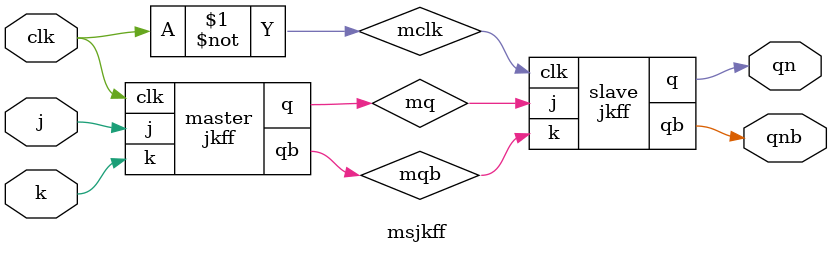
<source format=v>
`timescale 1ns / 1ps
module jkff(j,k,clk,q,qb);
input j,k,clk;
output reg q;
output qb;
always @ (posedge clk)
begin
case({j,k})
2'b00:q<=q;
2'b01:q<=0;
2'b10:q<=1;
2'b11:q<=~q;
endcase
end
assign qb=~q;
endmodule
//
module msjkff(j,k,clk,qn,qnb);
input j,k,clk;
output qn,qnb;
wire mq;
wire mqb;
wire mclk;
assign mclk=~clk;
jkff master(j,k,clk,mq,mqb);
jkff slave(mq,mqb,mclk,qn,qnb);
endmodule
</source>
